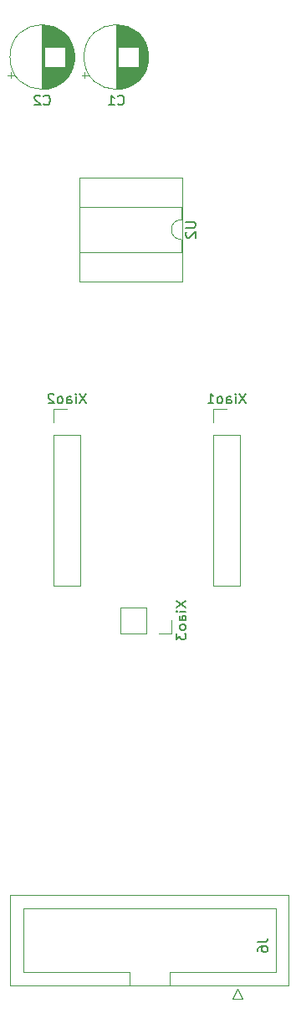
<source format=gbr>
%TF.GenerationSoftware,KiCad,Pcbnew,(5.1.6)-1*%
%TF.CreationDate,2021-08-09T18:11:52+02:00*%
%TF.ProjectId,4ch_Sampler_main,3463685f-5361-46d7-906c-65725f6d6169,rev?*%
%TF.SameCoordinates,Original*%
%TF.FileFunction,Legend,Bot*%
%TF.FilePolarity,Positive*%
%FSLAX46Y46*%
G04 Gerber Fmt 4.6, Leading zero omitted, Abs format (unit mm)*
G04 Created by KiCad (PCBNEW (5.1.6)-1) date 2021-08-09 18:11:52*
%MOMM*%
%LPD*%
G01*
G04 APERTURE LIST*
%ADD10C,0.120000*%
%ADD11C,0.150000*%
G04 APERTURE END LIST*
D10*
%TO.C,Xiao1*%
X125255000Y-83645000D02*
X122595000Y-83645000D01*
X125255000Y-83645000D02*
X125255000Y-98945000D01*
X125255000Y-98945000D02*
X122595000Y-98945000D01*
X122595000Y-83645000D02*
X122595000Y-98945000D01*
X122595000Y-81045000D02*
X122595000Y-82375000D01*
X123925000Y-81045000D02*
X122595000Y-81045000D01*
%TO.C,Xiao2*%
X109080000Y-83645000D02*
X106420000Y-83645000D01*
X109080000Y-83645000D02*
X109080000Y-98945000D01*
X109080000Y-98945000D02*
X106420000Y-98945000D01*
X106420000Y-83645000D02*
X106420000Y-98945000D01*
X106420000Y-81045000D02*
X106420000Y-82375000D01*
X107750000Y-81045000D02*
X106420000Y-81045000D01*
%TO.C,Xiao3*%
X113155000Y-103755000D02*
X113155000Y-101095000D01*
X115755000Y-103755000D02*
X113155000Y-103755000D01*
X115755000Y-101095000D02*
X113155000Y-101095000D01*
X115755000Y-103755000D02*
X115755000Y-101095000D01*
X117025000Y-103755000D02*
X118355000Y-103755000D01*
X118355000Y-103755000D02*
X118355000Y-102425000D01*
%TO.C,U2*%
X119330000Y-63940000D02*
X119330000Y-65190000D01*
X119330000Y-65190000D02*
X109050000Y-65190000D01*
X109050000Y-65190000D02*
X109050000Y-60690000D01*
X109050000Y-60690000D02*
X119330000Y-60690000D01*
X119330000Y-60690000D02*
X119330000Y-61940000D01*
X119390000Y-68190000D02*
X108990000Y-68190000D01*
X108990000Y-68190000D02*
X108990000Y-57690000D01*
X108990000Y-57690000D02*
X119390000Y-57690000D01*
X119390000Y-57690000D02*
X119390000Y-68190000D01*
X119330000Y-61940000D02*
G75*
G03*
X119330000Y-63940000I0J-1000000D01*
G01*
%TO.C,J6*%
X130210000Y-139290000D02*
X130210000Y-130170000D01*
X130210000Y-130170000D02*
X102010000Y-130170000D01*
X102010000Y-130170000D02*
X102010000Y-139290000D01*
X102010000Y-139290000D02*
X130210000Y-139290000D01*
X118160000Y-139290000D02*
X118160000Y-137980000D01*
X118160000Y-137980000D02*
X128910000Y-137980000D01*
X128910000Y-137980000D02*
X128910000Y-131480000D01*
X128910000Y-131480000D02*
X103310000Y-131480000D01*
X103310000Y-131480000D02*
X103310000Y-137980000D01*
X103310000Y-137980000D02*
X114060000Y-137980000D01*
X114060000Y-137980000D02*
X114060000Y-137980000D01*
X114060000Y-137980000D02*
X114060000Y-139290000D01*
X125000000Y-139680000D02*
X125500000Y-140680000D01*
X125500000Y-140680000D02*
X124500000Y-140680000D01*
X124500000Y-140680000D02*
X125000000Y-139680000D01*
%TO.C,C2*%
X108520000Y-45500000D02*
G75*
G03*
X108520000Y-45500000I-3270000J0D01*
G01*
X105250000Y-48730000D02*
X105250000Y-42270000D01*
X105290000Y-48730000D02*
X105290000Y-42270000D01*
X105330000Y-48730000D02*
X105330000Y-42270000D01*
X105370000Y-48728000D02*
X105370000Y-42272000D01*
X105410000Y-48727000D02*
X105410000Y-42273000D01*
X105450000Y-48724000D02*
X105450000Y-42276000D01*
X105490000Y-48722000D02*
X105490000Y-46540000D01*
X105490000Y-44460000D02*
X105490000Y-42278000D01*
X105530000Y-48718000D02*
X105530000Y-46540000D01*
X105530000Y-44460000D02*
X105530000Y-42282000D01*
X105570000Y-48715000D02*
X105570000Y-46540000D01*
X105570000Y-44460000D02*
X105570000Y-42285000D01*
X105610000Y-48711000D02*
X105610000Y-46540000D01*
X105610000Y-44460000D02*
X105610000Y-42289000D01*
X105650000Y-48706000D02*
X105650000Y-46540000D01*
X105650000Y-44460000D02*
X105650000Y-42294000D01*
X105690000Y-48701000D02*
X105690000Y-46540000D01*
X105690000Y-44460000D02*
X105690000Y-42299000D01*
X105730000Y-48695000D02*
X105730000Y-46540000D01*
X105730000Y-44460000D02*
X105730000Y-42305000D01*
X105770000Y-48689000D02*
X105770000Y-46540000D01*
X105770000Y-44460000D02*
X105770000Y-42311000D01*
X105810000Y-48682000D02*
X105810000Y-46540000D01*
X105810000Y-44460000D02*
X105810000Y-42318000D01*
X105850000Y-48675000D02*
X105850000Y-46540000D01*
X105850000Y-44460000D02*
X105850000Y-42325000D01*
X105890000Y-48667000D02*
X105890000Y-46540000D01*
X105890000Y-44460000D02*
X105890000Y-42333000D01*
X105930000Y-48659000D02*
X105930000Y-46540000D01*
X105930000Y-44460000D02*
X105930000Y-42341000D01*
X105971000Y-48650000D02*
X105971000Y-46540000D01*
X105971000Y-44460000D02*
X105971000Y-42350000D01*
X106011000Y-48641000D02*
X106011000Y-46540000D01*
X106011000Y-44460000D02*
X106011000Y-42359000D01*
X106051000Y-48631000D02*
X106051000Y-46540000D01*
X106051000Y-44460000D02*
X106051000Y-42369000D01*
X106091000Y-48621000D02*
X106091000Y-46540000D01*
X106091000Y-44460000D02*
X106091000Y-42379000D01*
X106131000Y-48610000D02*
X106131000Y-46540000D01*
X106131000Y-44460000D02*
X106131000Y-42390000D01*
X106171000Y-48598000D02*
X106171000Y-46540000D01*
X106171000Y-44460000D02*
X106171000Y-42402000D01*
X106211000Y-48586000D02*
X106211000Y-46540000D01*
X106211000Y-44460000D02*
X106211000Y-42414000D01*
X106251000Y-48574000D02*
X106251000Y-46540000D01*
X106251000Y-44460000D02*
X106251000Y-42426000D01*
X106291000Y-48561000D02*
X106291000Y-46540000D01*
X106291000Y-44460000D02*
X106291000Y-42439000D01*
X106331000Y-48547000D02*
X106331000Y-46540000D01*
X106331000Y-44460000D02*
X106331000Y-42453000D01*
X106371000Y-48533000D02*
X106371000Y-46540000D01*
X106371000Y-44460000D02*
X106371000Y-42467000D01*
X106411000Y-48518000D02*
X106411000Y-46540000D01*
X106411000Y-44460000D02*
X106411000Y-42482000D01*
X106451000Y-48502000D02*
X106451000Y-46540000D01*
X106451000Y-44460000D02*
X106451000Y-42498000D01*
X106491000Y-48486000D02*
X106491000Y-46540000D01*
X106491000Y-44460000D02*
X106491000Y-42514000D01*
X106531000Y-48470000D02*
X106531000Y-46540000D01*
X106531000Y-44460000D02*
X106531000Y-42530000D01*
X106571000Y-48452000D02*
X106571000Y-46540000D01*
X106571000Y-44460000D02*
X106571000Y-42548000D01*
X106611000Y-48434000D02*
X106611000Y-46540000D01*
X106611000Y-44460000D02*
X106611000Y-42566000D01*
X106651000Y-48416000D02*
X106651000Y-46540000D01*
X106651000Y-44460000D02*
X106651000Y-42584000D01*
X106691000Y-48396000D02*
X106691000Y-46540000D01*
X106691000Y-44460000D02*
X106691000Y-42604000D01*
X106731000Y-48376000D02*
X106731000Y-46540000D01*
X106731000Y-44460000D02*
X106731000Y-42624000D01*
X106771000Y-48356000D02*
X106771000Y-46540000D01*
X106771000Y-44460000D02*
X106771000Y-42644000D01*
X106811000Y-48334000D02*
X106811000Y-46540000D01*
X106811000Y-44460000D02*
X106811000Y-42666000D01*
X106851000Y-48312000D02*
X106851000Y-46540000D01*
X106851000Y-44460000D02*
X106851000Y-42688000D01*
X106891000Y-48290000D02*
X106891000Y-46540000D01*
X106891000Y-44460000D02*
X106891000Y-42710000D01*
X106931000Y-48266000D02*
X106931000Y-46540000D01*
X106931000Y-44460000D02*
X106931000Y-42734000D01*
X106971000Y-48242000D02*
X106971000Y-46540000D01*
X106971000Y-44460000D02*
X106971000Y-42758000D01*
X107011000Y-48216000D02*
X107011000Y-46540000D01*
X107011000Y-44460000D02*
X107011000Y-42784000D01*
X107051000Y-48190000D02*
X107051000Y-46540000D01*
X107051000Y-44460000D02*
X107051000Y-42810000D01*
X107091000Y-48164000D02*
X107091000Y-46540000D01*
X107091000Y-44460000D02*
X107091000Y-42836000D01*
X107131000Y-48136000D02*
X107131000Y-46540000D01*
X107131000Y-44460000D02*
X107131000Y-42864000D01*
X107171000Y-48107000D02*
X107171000Y-46540000D01*
X107171000Y-44460000D02*
X107171000Y-42893000D01*
X107211000Y-48078000D02*
X107211000Y-46540000D01*
X107211000Y-44460000D02*
X107211000Y-42922000D01*
X107251000Y-48048000D02*
X107251000Y-46540000D01*
X107251000Y-44460000D02*
X107251000Y-42952000D01*
X107291000Y-48016000D02*
X107291000Y-46540000D01*
X107291000Y-44460000D02*
X107291000Y-42984000D01*
X107331000Y-47984000D02*
X107331000Y-46540000D01*
X107331000Y-44460000D02*
X107331000Y-43016000D01*
X107371000Y-47950000D02*
X107371000Y-46540000D01*
X107371000Y-44460000D02*
X107371000Y-43050000D01*
X107411000Y-47916000D02*
X107411000Y-46540000D01*
X107411000Y-44460000D02*
X107411000Y-43084000D01*
X107451000Y-47880000D02*
X107451000Y-46540000D01*
X107451000Y-44460000D02*
X107451000Y-43120000D01*
X107491000Y-47843000D02*
X107491000Y-46540000D01*
X107491000Y-44460000D02*
X107491000Y-43157000D01*
X107531000Y-47805000D02*
X107531000Y-46540000D01*
X107531000Y-44460000D02*
X107531000Y-43195000D01*
X107571000Y-47765000D02*
X107571000Y-43235000D01*
X107611000Y-47724000D02*
X107611000Y-43276000D01*
X107651000Y-47682000D02*
X107651000Y-43318000D01*
X107691000Y-47637000D02*
X107691000Y-43363000D01*
X107731000Y-47592000D02*
X107731000Y-43408000D01*
X107771000Y-47544000D02*
X107771000Y-43456000D01*
X107811000Y-47495000D02*
X107811000Y-43505000D01*
X107851000Y-47444000D02*
X107851000Y-43556000D01*
X107891000Y-47390000D02*
X107891000Y-43610000D01*
X107931000Y-47334000D02*
X107931000Y-43666000D01*
X107971000Y-47276000D02*
X107971000Y-43724000D01*
X108011000Y-47214000D02*
X108011000Y-43786000D01*
X108051000Y-47150000D02*
X108051000Y-43850000D01*
X108091000Y-47081000D02*
X108091000Y-43919000D01*
X108131000Y-47009000D02*
X108131000Y-43991000D01*
X108171000Y-46932000D02*
X108171000Y-44068000D01*
X108211000Y-46850000D02*
X108211000Y-44150000D01*
X108251000Y-46762000D02*
X108251000Y-44238000D01*
X108291000Y-46665000D02*
X108291000Y-44335000D01*
X108331000Y-46559000D02*
X108331000Y-44441000D01*
X108371000Y-46440000D02*
X108371000Y-44560000D01*
X108411000Y-46302000D02*
X108411000Y-44698000D01*
X108451000Y-46133000D02*
X108451000Y-44867000D01*
X108491000Y-45902000D02*
X108491000Y-45098000D01*
X101749759Y-47339000D02*
X102379759Y-47339000D01*
X102064759Y-47654000D02*
X102064759Y-47024000D01*
%TO.C,C1*%
X116020000Y-45500000D02*
G75*
G03*
X116020000Y-45500000I-3270000J0D01*
G01*
X112750000Y-48730000D02*
X112750000Y-42270000D01*
X112790000Y-48730000D02*
X112790000Y-42270000D01*
X112830000Y-48730000D02*
X112830000Y-42270000D01*
X112870000Y-48728000D02*
X112870000Y-42272000D01*
X112910000Y-48727000D02*
X112910000Y-42273000D01*
X112950000Y-48724000D02*
X112950000Y-42276000D01*
X112990000Y-48722000D02*
X112990000Y-46540000D01*
X112990000Y-44460000D02*
X112990000Y-42278000D01*
X113030000Y-48718000D02*
X113030000Y-46540000D01*
X113030000Y-44460000D02*
X113030000Y-42282000D01*
X113070000Y-48715000D02*
X113070000Y-46540000D01*
X113070000Y-44460000D02*
X113070000Y-42285000D01*
X113110000Y-48711000D02*
X113110000Y-46540000D01*
X113110000Y-44460000D02*
X113110000Y-42289000D01*
X113150000Y-48706000D02*
X113150000Y-46540000D01*
X113150000Y-44460000D02*
X113150000Y-42294000D01*
X113190000Y-48701000D02*
X113190000Y-46540000D01*
X113190000Y-44460000D02*
X113190000Y-42299000D01*
X113230000Y-48695000D02*
X113230000Y-46540000D01*
X113230000Y-44460000D02*
X113230000Y-42305000D01*
X113270000Y-48689000D02*
X113270000Y-46540000D01*
X113270000Y-44460000D02*
X113270000Y-42311000D01*
X113310000Y-48682000D02*
X113310000Y-46540000D01*
X113310000Y-44460000D02*
X113310000Y-42318000D01*
X113350000Y-48675000D02*
X113350000Y-46540000D01*
X113350000Y-44460000D02*
X113350000Y-42325000D01*
X113390000Y-48667000D02*
X113390000Y-46540000D01*
X113390000Y-44460000D02*
X113390000Y-42333000D01*
X113430000Y-48659000D02*
X113430000Y-46540000D01*
X113430000Y-44460000D02*
X113430000Y-42341000D01*
X113471000Y-48650000D02*
X113471000Y-46540000D01*
X113471000Y-44460000D02*
X113471000Y-42350000D01*
X113511000Y-48641000D02*
X113511000Y-46540000D01*
X113511000Y-44460000D02*
X113511000Y-42359000D01*
X113551000Y-48631000D02*
X113551000Y-46540000D01*
X113551000Y-44460000D02*
X113551000Y-42369000D01*
X113591000Y-48621000D02*
X113591000Y-46540000D01*
X113591000Y-44460000D02*
X113591000Y-42379000D01*
X113631000Y-48610000D02*
X113631000Y-46540000D01*
X113631000Y-44460000D02*
X113631000Y-42390000D01*
X113671000Y-48598000D02*
X113671000Y-46540000D01*
X113671000Y-44460000D02*
X113671000Y-42402000D01*
X113711000Y-48586000D02*
X113711000Y-46540000D01*
X113711000Y-44460000D02*
X113711000Y-42414000D01*
X113751000Y-48574000D02*
X113751000Y-46540000D01*
X113751000Y-44460000D02*
X113751000Y-42426000D01*
X113791000Y-48561000D02*
X113791000Y-46540000D01*
X113791000Y-44460000D02*
X113791000Y-42439000D01*
X113831000Y-48547000D02*
X113831000Y-46540000D01*
X113831000Y-44460000D02*
X113831000Y-42453000D01*
X113871000Y-48533000D02*
X113871000Y-46540000D01*
X113871000Y-44460000D02*
X113871000Y-42467000D01*
X113911000Y-48518000D02*
X113911000Y-46540000D01*
X113911000Y-44460000D02*
X113911000Y-42482000D01*
X113951000Y-48502000D02*
X113951000Y-46540000D01*
X113951000Y-44460000D02*
X113951000Y-42498000D01*
X113991000Y-48486000D02*
X113991000Y-46540000D01*
X113991000Y-44460000D02*
X113991000Y-42514000D01*
X114031000Y-48470000D02*
X114031000Y-46540000D01*
X114031000Y-44460000D02*
X114031000Y-42530000D01*
X114071000Y-48452000D02*
X114071000Y-46540000D01*
X114071000Y-44460000D02*
X114071000Y-42548000D01*
X114111000Y-48434000D02*
X114111000Y-46540000D01*
X114111000Y-44460000D02*
X114111000Y-42566000D01*
X114151000Y-48416000D02*
X114151000Y-46540000D01*
X114151000Y-44460000D02*
X114151000Y-42584000D01*
X114191000Y-48396000D02*
X114191000Y-46540000D01*
X114191000Y-44460000D02*
X114191000Y-42604000D01*
X114231000Y-48376000D02*
X114231000Y-46540000D01*
X114231000Y-44460000D02*
X114231000Y-42624000D01*
X114271000Y-48356000D02*
X114271000Y-46540000D01*
X114271000Y-44460000D02*
X114271000Y-42644000D01*
X114311000Y-48334000D02*
X114311000Y-46540000D01*
X114311000Y-44460000D02*
X114311000Y-42666000D01*
X114351000Y-48312000D02*
X114351000Y-46540000D01*
X114351000Y-44460000D02*
X114351000Y-42688000D01*
X114391000Y-48290000D02*
X114391000Y-46540000D01*
X114391000Y-44460000D02*
X114391000Y-42710000D01*
X114431000Y-48266000D02*
X114431000Y-46540000D01*
X114431000Y-44460000D02*
X114431000Y-42734000D01*
X114471000Y-48242000D02*
X114471000Y-46540000D01*
X114471000Y-44460000D02*
X114471000Y-42758000D01*
X114511000Y-48216000D02*
X114511000Y-46540000D01*
X114511000Y-44460000D02*
X114511000Y-42784000D01*
X114551000Y-48190000D02*
X114551000Y-46540000D01*
X114551000Y-44460000D02*
X114551000Y-42810000D01*
X114591000Y-48164000D02*
X114591000Y-46540000D01*
X114591000Y-44460000D02*
X114591000Y-42836000D01*
X114631000Y-48136000D02*
X114631000Y-46540000D01*
X114631000Y-44460000D02*
X114631000Y-42864000D01*
X114671000Y-48107000D02*
X114671000Y-46540000D01*
X114671000Y-44460000D02*
X114671000Y-42893000D01*
X114711000Y-48078000D02*
X114711000Y-46540000D01*
X114711000Y-44460000D02*
X114711000Y-42922000D01*
X114751000Y-48048000D02*
X114751000Y-46540000D01*
X114751000Y-44460000D02*
X114751000Y-42952000D01*
X114791000Y-48016000D02*
X114791000Y-46540000D01*
X114791000Y-44460000D02*
X114791000Y-42984000D01*
X114831000Y-47984000D02*
X114831000Y-46540000D01*
X114831000Y-44460000D02*
X114831000Y-43016000D01*
X114871000Y-47950000D02*
X114871000Y-46540000D01*
X114871000Y-44460000D02*
X114871000Y-43050000D01*
X114911000Y-47916000D02*
X114911000Y-46540000D01*
X114911000Y-44460000D02*
X114911000Y-43084000D01*
X114951000Y-47880000D02*
X114951000Y-46540000D01*
X114951000Y-44460000D02*
X114951000Y-43120000D01*
X114991000Y-47843000D02*
X114991000Y-46540000D01*
X114991000Y-44460000D02*
X114991000Y-43157000D01*
X115031000Y-47805000D02*
X115031000Y-46540000D01*
X115031000Y-44460000D02*
X115031000Y-43195000D01*
X115071000Y-47765000D02*
X115071000Y-43235000D01*
X115111000Y-47724000D02*
X115111000Y-43276000D01*
X115151000Y-47682000D02*
X115151000Y-43318000D01*
X115191000Y-47637000D02*
X115191000Y-43363000D01*
X115231000Y-47592000D02*
X115231000Y-43408000D01*
X115271000Y-47544000D02*
X115271000Y-43456000D01*
X115311000Y-47495000D02*
X115311000Y-43505000D01*
X115351000Y-47444000D02*
X115351000Y-43556000D01*
X115391000Y-47390000D02*
X115391000Y-43610000D01*
X115431000Y-47334000D02*
X115431000Y-43666000D01*
X115471000Y-47276000D02*
X115471000Y-43724000D01*
X115511000Y-47214000D02*
X115511000Y-43786000D01*
X115551000Y-47150000D02*
X115551000Y-43850000D01*
X115591000Y-47081000D02*
X115591000Y-43919000D01*
X115631000Y-47009000D02*
X115631000Y-43991000D01*
X115671000Y-46932000D02*
X115671000Y-44068000D01*
X115711000Y-46850000D02*
X115711000Y-44150000D01*
X115751000Y-46762000D02*
X115751000Y-44238000D01*
X115791000Y-46665000D02*
X115791000Y-44335000D01*
X115831000Y-46559000D02*
X115831000Y-44441000D01*
X115871000Y-46440000D02*
X115871000Y-44560000D01*
X115911000Y-46302000D02*
X115911000Y-44698000D01*
X115951000Y-46133000D02*
X115951000Y-44867000D01*
X115991000Y-45902000D02*
X115991000Y-45098000D01*
X109249759Y-47339000D02*
X109879759Y-47339000D01*
X109564759Y-47654000D02*
X109564759Y-47024000D01*
%TO.C,Xiao1*%
D11*
X125877380Y-79497380D02*
X125210714Y-80497380D01*
X125210714Y-79497380D02*
X125877380Y-80497380D01*
X124829761Y-80497380D02*
X124829761Y-79830714D01*
X124829761Y-79497380D02*
X124877380Y-79545000D01*
X124829761Y-79592619D01*
X124782142Y-79545000D01*
X124829761Y-79497380D01*
X124829761Y-79592619D01*
X123925000Y-80497380D02*
X123925000Y-79973571D01*
X123972619Y-79878333D01*
X124067857Y-79830714D01*
X124258333Y-79830714D01*
X124353571Y-79878333D01*
X123925000Y-80449761D02*
X124020238Y-80497380D01*
X124258333Y-80497380D01*
X124353571Y-80449761D01*
X124401190Y-80354523D01*
X124401190Y-80259285D01*
X124353571Y-80164047D01*
X124258333Y-80116428D01*
X124020238Y-80116428D01*
X123925000Y-80068809D01*
X123305952Y-80497380D02*
X123401190Y-80449761D01*
X123448809Y-80402142D01*
X123496428Y-80306904D01*
X123496428Y-80021190D01*
X123448809Y-79925952D01*
X123401190Y-79878333D01*
X123305952Y-79830714D01*
X123163095Y-79830714D01*
X123067857Y-79878333D01*
X123020238Y-79925952D01*
X122972619Y-80021190D01*
X122972619Y-80306904D01*
X123020238Y-80402142D01*
X123067857Y-80449761D01*
X123163095Y-80497380D01*
X123305952Y-80497380D01*
X122020238Y-80497380D02*
X122591666Y-80497380D01*
X122305952Y-80497380D02*
X122305952Y-79497380D01*
X122401190Y-79640238D01*
X122496428Y-79735476D01*
X122591666Y-79783095D01*
%TO.C,Xiao2*%
X109702380Y-79497380D02*
X109035714Y-80497380D01*
X109035714Y-79497380D02*
X109702380Y-80497380D01*
X108654761Y-80497380D02*
X108654761Y-79830714D01*
X108654761Y-79497380D02*
X108702380Y-79545000D01*
X108654761Y-79592619D01*
X108607142Y-79545000D01*
X108654761Y-79497380D01*
X108654761Y-79592619D01*
X107750000Y-80497380D02*
X107750000Y-79973571D01*
X107797619Y-79878333D01*
X107892857Y-79830714D01*
X108083333Y-79830714D01*
X108178571Y-79878333D01*
X107750000Y-80449761D02*
X107845238Y-80497380D01*
X108083333Y-80497380D01*
X108178571Y-80449761D01*
X108226190Y-80354523D01*
X108226190Y-80259285D01*
X108178571Y-80164047D01*
X108083333Y-80116428D01*
X107845238Y-80116428D01*
X107750000Y-80068809D01*
X107130952Y-80497380D02*
X107226190Y-80449761D01*
X107273809Y-80402142D01*
X107321428Y-80306904D01*
X107321428Y-80021190D01*
X107273809Y-79925952D01*
X107226190Y-79878333D01*
X107130952Y-79830714D01*
X106988095Y-79830714D01*
X106892857Y-79878333D01*
X106845238Y-79925952D01*
X106797619Y-80021190D01*
X106797619Y-80306904D01*
X106845238Y-80402142D01*
X106892857Y-80449761D01*
X106988095Y-80497380D01*
X107130952Y-80497380D01*
X106416666Y-79592619D02*
X106369047Y-79545000D01*
X106273809Y-79497380D01*
X106035714Y-79497380D01*
X105940476Y-79545000D01*
X105892857Y-79592619D01*
X105845238Y-79687857D01*
X105845238Y-79783095D01*
X105892857Y-79925952D01*
X106464285Y-80497380D01*
X105845238Y-80497380D01*
%TO.C,Xiao3*%
X118807380Y-100472619D02*
X119807380Y-101139285D01*
X118807380Y-101139285D02*
X119807380Y-100472619D01*
X119807380Y-101520238D02*
X119140714Y-101520238D01*
X118807380Y-101520238D02*
X118855000Y-101472619D01*
X118902619Y-101520238D01*
X118855000Y-101567857D01*
X118807380Y-101520238D01*
X118902619Y-101520238D01*
X119807380Y-102425000D02*
X119283571Y-102425000D01*
X119188333Y-102377380D01*
X119140714Y-102282142D01*
X119140714Y-102091666D01*
X119188333Y-101996428D01*
X119759761Y-102425000D02*
X119807380Y-102329761D01*
X119807380Y-102091666D01*
X119759761Y-101996428D01*
X119664523Y-101948809D01*
X119569285Y-101948809D01*
X119474047Y-101996428D01*
X119426428Y-102091666D01*
X119426428Y-102329761D01*
X119378809Y-102425000D01*
X119807380Y-103044047D02*
X119759761Y-102948809D01*
X119712142Y-102901190D01*
X119616904Y-102853571D01*
X119331190Y-102853571D01*
X119235952Y-102901190D01*
X119188333Y-102948809D01*
X119140714Y-103044047D01*
X119140714Y-103186904D01*
X119188333Y-103282142D01*
X119235952Y-103329761D01*
X119331190Y-103377380D01*
X119616904Y-103377380D01*
X119712142Y-103329761D01*
X119759761Y-103282142D01*
X119807380Y-103186904D01*
X119807380Y-103044047D01*
X118807380Y-103710714D02*
X118807380Y-104329761D01*
X119188333Y-103996428D01*
X119188333Y-104139285D01*
X119235952Y-104234523D01*
X119283571Y-104282142D01*
X119378809Y-104329761D01*
X119616904Y-104329761D01*
X119712142Y-104282142D01*
X119759761Y-104234523D01*
X119807380Y-104139285D01*
X119807380Y-103853571D01*
X119759761Y-103758333D01*
X119712142Y-103710714D01*
%TO.C,U2*%
X119782380Y-62178095D02*
X120591904Y-62178095D01*
X120687142Y-62225714D01*
X120734761Y-62273333D01*
X120782380Y-62368571D01*
X120782380Y-62559047D01*
X120734761Y-62654285D01*
X120687142Y-62701904D01*
X120591904Y-62749523D01*
X119782380Y-62749523D01*
X119877619Y-63178095D02*
X119830000Y-63225714D01*
X119782380Y-63320952D01*
X119782380Y-63559047D01*
X119830000Y-63654285D01*
X119877619Y-63701904D01*
X119972857Y-63749523D01*
X120068095Y-63749523D01*
X120210952Y-63701904D01*
X120782380Y-63130476D01*
X120782380Y-63749523D01*
%TO.C,J6*%
X127082380Y-134916666D02*
X127796666Y-134916666D01*
X127939523Y-134869047D01*
X128034761Y-134773809D01*
X128082380Y-134630952D01*
X128082380Y-134535714D01*
X127082380Y-135821428D02*
X127082380Y-135630952D01*
X127130000Y-135535714D01*
X127177619Y-135488095D01*
X127320476Y-135392857D01*
X127510952Y-135345238D01*
X127891904Y-135345238D01*
X127987142Y-135392857D01*
X128034761Y-135440476D01*
X128082380Y-135535714D01*
X128082380Y-135726190D01*
X128034761Y-135821428D01*
X127987142Y-135869047D01*
X127891904Y-135916666D01*
X127653809Y-135916666D01*
X127558571Y-135869047D01*
X127510952Y-135821428D01*
X127463333Y-135726190D01*
X127463333Y-135535714D01*
X127510952Y-135440476D01*
X127558571Y-135392857D01*
X127653809Y-135345238D01*
%TO.C,C2*%
X105416666Y-50257142D02*
X105464285Y-50304761D01*
X105607142Y-50352380D01*
X105702380Y-50352380D01*
X105845238Y-50304761D01*
X105940476Y-50209523D01*
X105988095Y-50114285D01*
X106035714Y-49923809D01*
X106035714Y-49780952D01*
X105988095Y-49590476D01*
X105940476Y-49495238D01*
X105845238Y-49400000D01*
X105702380Y-49352380D01*
X105607142Y-49352380D01*
X105464285Y-49400000D01*
X105416666Y-49447619D01*
X105035714Y-49447619D02*
X104988095Y-49400000D01*
X104892857Y-49352380D01*
X104654761Y-49352380D01*
X104559523Y-49400000D01*
X104511904Y-49447619D01*
X104464285Y-49542857D01*
X104464285Y-49638095D01*
X104511904Y-49780952D01*
X105083333Y-50352380D01*
X104464285Y-50352380D01*
%TO.C,C1*%
X112916666Y-50257142D02*
X112964285Y-50304761D01*
X113107142Y-50352380D01*
X113202380Y-50352380D01*
X113345238Y-50304761D01*
X113440476Y-50209523D01*
X113488095Y-50114285D01*
X113535714Y-49923809D01*
X113535714Y-49780952D01*
X113488095Y-49590476D01*
X113440476Y-49495238D01*
X113345238Y-49400000D01*
X113202380Y-49352380D01*
X113107142Y-49352380D01*
X112964285Y-49400000D01*
X112916666Y-49447619D01*
X111964285Y-50352380D02*
X112535714Y-50352380D01*
X112250000Y-50352380D02*
X112250000Y-49352380D01*
X112345238Y-49495238D01*
X112440476Y-49590476D01*
X112535714Y-49638095D01*
%TD*%
M02*

</source>
